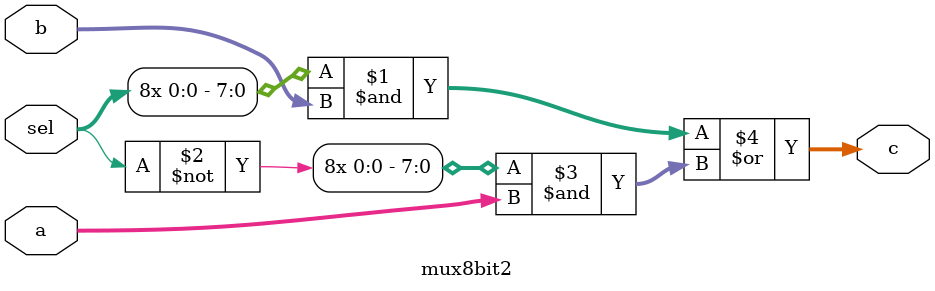
<source format=v>
`timescale 1ns / 1ps


module mux8bit2
(
    input [7:0] a,
    input [7:0] b,
    input sel,
    
    output [7:0] c
);

   assign c = ({8{sel}} & b) | ({8{~sel}} & a);

endmodule

</source>
